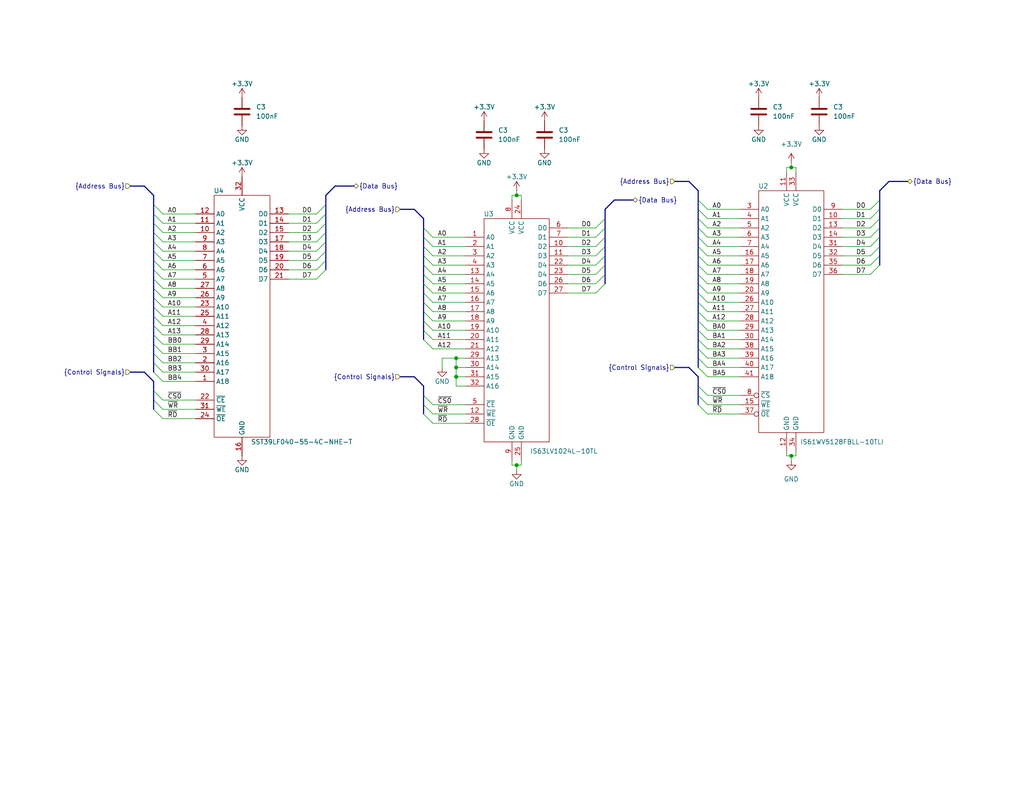
<source format=kicad_sch>
(kicad_sch (version 20230121) (generator eeschema)
  (paper "USLetter")
  (title_block (title "Sentinel 65X") (rev "0") (company "Stuidio 8502"))
  (lib_symbols
    (symbol "Device:C" (pin_numbers hide) (pin_names (offset 0.254))
      (property "Reference" "C" (at 0.635 2.54 0))
      (property "Value" "C" (at 0.635 -2.54 0))
      (symbol "C_0_1"
        (polyline (pts (xy -2.032 -0.762) (xy 2.032 -0.762)) (stroke (width 0.508)))
        (polyline (pts (xy -2.032 0.762) (xy 2.032 0.762)) (stroke (width 0.508)))
      )
      (symbol "C_1_1"
        (pin passive line (at 0 3.81 270) (length 2.794) (name "~") (number "1"))
        (pin passive line (at 0 -3.81 90) (length 2.794) (name "~") (number "2"))
      )
    )
    (symbol "Memory_Flash:SST39LF040-55-4C-NHE-T"
      (property "Reference" "U" (at 0 0 0))
      (property "Value" "SST39LF040-55-4C-NHE-T" (at 0 0 0))
      (symbol "SST39LF040-55-4C-NHE-T_0_1"
        (rectangle (start 0 0) (end 15.24 -66.04))
      )
      (symbol "SST39LF040-55-4C-NHE-T_1_1"
        (pin input line (at -5.08 -50.8 0) (length 5.08) (name "A18") (number "1"))
        (pin input line (at -5.08 -10.16 0) (length 5.08) (name "A2") (number "10"))
        (pin input line (at -5.08 -7.62 0) (length 5.08) (name "A1") (number "11"))
        (pin input line (at -5.08 -5.08 0) (length 5.08) (name "A0") (number "12"))
        (pin bidirectional line (at 20.32 -5.08 180) (length 5.08) (name "D0") (number "13"))
        (pin bidirectional line (at 20.32 -7.62 180) (length 5.08) (name "D1") (number "14"))
        (pin bidirectional line (at 20.32 -10.16 180) (length 5.08) (name "D2") (number "15"))
        (pin power_in line (at 7.62 -71.12 90) (length 5.08) (name "GND") (number "16"))
        (pin bidirectional line (at 20.32 -12.7 180) (length 5.08) (name "D3") (number "17"))
        (pin bidirectional line (at 20.32 -15.24 180) (length 5.08) (name "D4") (number "18"))
        (pin bidirectional line (at 20.32 -17.78 180) (length 5.08) (name "D5") (number "19"))
        (pin input line (at -5.08 -45.72 0) (length 5.08) (name "A16") (number "2"))
        (pin bidirectional line (at 20.32 -20.32 180) (length 5.08) (name "D6") (number "20"))
        (pin bidirectional line (at 20.32 -22.86 180) (length 5.08) (name "D7") (number "21"))
        (pin input line (at -5.08 -55.88 0) (length 5.08) (name "~{CE}") (number "22"))
        (pin input line (at -5.08 -30.48 0) (length 5.08) (name "A10") (number "23"))
        (pin input line (at -5.08 -60.96 0) (length 5.08) (name "~{OE}") (number "24"))
        (pin input line (at -5.08 -33.02 0) (length 5.08) (name "A11") (number "25"))
        (pin input line (at -5.08 -27.94 0) (length 5.08) (name "A9") (number "26"))
        (pin input line (at -5.08 -25.4 0) (length 5.08) (name "A8") (number "27"))
        (pin input line (at -5.08 -38.1 0) (length 5.08) (name "A13") (number "28"))
        (pin input line (at -5.08 -40.64 0) (length 5.08) (name "A14") (number "29"))
        (pin input line (at -5.08 -43.18 0) (length 5.08) (name "A15") (number "3"))
        (pin input line (at -5.08 -48.26 0) (length 5.08) (name "A17") (number "30"))
        (pin input line (at -5.08 -58.42 0) (length 5.08) (name "~{WE}") (number "31"))
        (pin power_in line (at 7.62 5.08 270) (length 5.08) (name "VCC") (number "32"))
        (pin input line (at -5.08 -35.56 0) (length 5.08) (name "A12") (number "4"))
        (pin input line (at -5.08 -22.86 0) (length 5.08) (name "A7") (number "5"))
        (pin input line (at -5.08 -20.32 0) (length 5.08) (name "A6") (number "6"))
        (pin input line (at -5.08 -17.78 0) (length 5.08) (name "A5") (number "7"))
        (pin input line (at -5.08 -15.24 0) (length 5.08) (name "A4") (number "8"))
        (pin input line (at -5.08 -12.7 0) (length 5.08) (name "A3") (number "9"))
      )
    )
    (symbol "Memory_RAM:IS61WV5128FBLL-10TLI"
      (property "Reference" "U" (at 0 0 0))
      (property "Value" "IS61WV5128FBLL-10TLI" (at 0 0 0))
      (symbol "IS61WV5128FBLL-10TLI_0_1"
        (rectangle (start 0 0) (end 17.78 -66.04))
      )
      (symbol "IS61WV5128FBLL-10TLI_1_1"
        (pin no_connect line (at 22.86 -38.1 180) (length 5.08) hide (name "") (number "1"))
        (pin bidirectional line (at 22.86 -7.62 180) (length 5.08) (name "D1") (number "10"))
        (pin power_in line (at 7.62 5.08 270) (length 5.08) (name "VCC") (number "11"))
        (pin power_in line (at 7.62 -71.12 90) (length 5.08) (name "GND") (number "12"))
        (pin bidirectional line (at 22.86 -10.16 180) (length 5.08) (name "D2") (number "13"))
        (pin bidirectional line (at 22.86 -12.7 180) (length 5.08) (name "D3") (number "14"))
        (pin input line (at -5.08 -58.42 0) (length 5.08) (name "~{WE}") (number "15"))
        (pin input line (at -5.08 -17.78 0) (length 5.08) (name "A5") (number "16"))
        (pin input line (at -5.08 -20.32 0) (length 5.08) (name "A6") (number "17"))
        (pin input line (at -5.08 -22.86 0) (length 5.08) (name "A7") (number "18"))
        (pin input line (at -5.08 -25.4 0) (length 5.08) (name "A8") (number "19"))
        (pin no_connect line (at 22.86 -40.64 180) (length 5.08) hide (name "") (number "2"))
        (pin input line (at -5.08 -27.94 0) (length 5.08) (name "A9") (number "20"))
        (pin no_connect line (at 22.86 -43.18 180) (length 5.08) hide (name "") (number "21"))
        (pin no_connect line (at 22.86 -45.72 180) (length 5.08) hide (name "") (number "22"))
        (pin no_connect line (at 22.86 -48.26 180) (length 5.08) hide (name "") (number "23"))
        (pin no_connect line (at 22.86 -50.8 180) (length 5.08) hide (name "") (number "24"))
        (pin no_connect line (at 22.86 -53.34 180) (length 5.08) hide (name "") (number "25"))
        (pin input line (at -5.08 -30.48 0) (length 5.08) (name "A10") (number "26"))
        (pin input line (at -5.08 -33.02 0) (length 5.08) (name "A11") (number "27"))
        (pin input line (at -5.08 -35.56 0) (length 5.08) (name "A12") (number "28"))
        (pin input line (at -5.08 -38.1 0) (length 5.08) (name "A13") (number "29"))
        (pin input line (at -5.08 -5.08 0) (length 5.08) (name "A0") (number "3"))
        (pin input line (at -5.08 -40.64 0) (length 5.08) (name "A14") (number "30"))
        (pin bidirectional line (at 22.86 -15.24 180) (length 5.08) (name "D4") (number "31"))
        (pin bidirectional line (at 22.86 -17.78 180) (length 5.08) (name "D5") (number "32"))
        (pin power_in line (at 10.16 5.08 270) (length 5.08) (name "VCC") (number "33"))
        (pin power_in line (at 10.16 -71.12 90) (length 5.08) (name "GND") (number "34"))
        (pin bidirectional line (at 22.86 -20.32 180) (length 5.08) (name "D6") (number "35"))
        (pin bidirectional line (at 22.86 -22.86 180) (length 5.08) (name "D7") (number "36"))
        (pin input inverted (at -5.08 -60.96 0) (length 5.08) (name "~{OE}") (number "37"))
        (pin input line (at -5.08 -43.18 0) (length 5.08) (name "A15") (number "38"))
        (pin input line (at -5.08 -45.72 0) (length 5.08) (name "A16") (number "39"))
        (pin input line (at -5.08 -7.62 0) (length 5.08) (name "A1") (number "4"))
        (pin input line (at -5.08 -48.26 0) (length 5.08) (name "A17") (number "40"))
        (pin input line (at -5.08 -50.8 0) (length 5.08) (name "A18") (number "41"))
        (pin no_connect line (at 22.86 -55.88 180) (length 5.08) hide (name "") (number "42"))
        (pin no_connect line (at 22.86 -58.42 180) (length 5.08) hide (name "") (number "43"))
        (pin no_connect line (at 22.86 -60.96 180) (length 5.08) hide (name "") (number "44"))
        (pin input line (at -5.08 -10.16 0) (length 5.08) (name "A2") (number "5"))
        (pin input line (at -5.08 -12.7 0) (length 5.08) (name "A3") (number "6"))
        (pin input line (at -5.08 -15.24 0) (length 5.08) (name "A4") (number "7"))
        (pin input inverted (at -5.08 -55.88 0) (length 5.08) (name "~{CS}") (number "8"))
        (pin bidirectional line (at 22.86 -5.08 180) (length 5.08) (name "D0") (number "9"))
      )
    )
    (symbol "Memory_RAM:IS63LV1024L-10TL"
      (property "Reference" "U" (at 0.4832 0.8101 0))
      (property "Value" "IS63LV1024L-10TL" (at 0.4832 0.8101 0))
      (symbol "IS63LV1024L-10TL_0_1"
        (rectangle (start 0 0) (end 17.78 -60.96))
      )
      (symbol "IS63LV1024L-10TL_1_1"
        (pin input line (at -5.08 -5.08 0) (length 5.08) (name "A0") (number "1"))
        (pin bidirectional line (at 22.86 -7.62 180) (length 5.08) (name "D2") (number "10"))
        (pin bidirectional line (at 22.86 -10.16 180) (length 5.08) (name "D3") (number "11"))
        (pin input line (at -5.08 -53.34 0) (length 5.08) (name "~{WE}") (number "12"))
        (pin input line (at -5.08 -15.24 0) (length 5.08) (name "A4") (number "13"))
        (pin input line (at -5.08 -17.78 0) (length 5.08) (name "A5") (number "14"))
        (pin input line (at -5.08 -20.32 0) (length 5.08) (name "A6") (number "15"))
        (pin input line (at -5.08 -22.86 0) (length 5.08) (name "A7") (number "16"))
        (pin input line (at -5.08 -25.4 0) (length 5.08) (name "A8") (number "17"))
        (pin input line (at -5.08 -27.94 0) (length 5.08) (name "A9") (number "18"))
        (pin input line (at -5.08 -30.48 0) (length 5.08) (name "A10") (number "19"))
        (pin input line (at -5.08 -7.62 0) (length 5.08) (name "A1") (number "2"))
        (pin input line (at -5.08 -33.02 0) (length 5.08) (name "A11") (number "20"))
        (pin input line (at -5.08 -35.56 0) (length 5.08) (name "A12") (number "21"))
        (pin bidirectional line (at 22.86 -12.7 180) (length 5.08) (name "D4") (number "22"))
        (pin bidirectional line (at 22.86 -15.24 180) (length 5.08) (name "D4") (number "23"))
        (pin power_in line (at 10.16 5.08 270) (length 5.08) (name "VCC") (number "24"))
        (pin power_in line (at 10.16 -66.04 90) (length 5.08) (name "GND") (number "25"))
        (pin bidirectional line (at 22.86 -17.78 180) (length 5.08) (name "D6") (number "26"))
        (pin bidirectional line (at 22.86 -20.32 180) (length 5.08) (name "D7") (number "27"))
        (pin input line (at -5.08 -55.88 0) (length 5.08) (name "~{OE}") (number "28"))
        (pin input line (at -5.08 -38.1 0) (length 5.08) (name "A13") (number "29"))
        (pin input line (at -5.08 -10.16 0) (length 5.08) (name "A2") (number "3"))
        (pin input line (at -5.08 -40.64 0) (length 5.08) (name "A14") (number "30"))
        (pin input line (at -5.08 -43.18 0) (length 5.08) (name "A15") (number "31"))
        (pin input line (at -5.08 -45.72 0) (length 5.08) (name "A16") (number "32"))
        (pin input line (at -5.08 -12.7 0) (length 5.08) (name "A3") (number "4"))
        (pin input line (at -5.08 -50.8 0) (length 5.08) (name "~{CE}") (number "5"))
        (pin bidirectional line (at 22.86 -2.54 180) (length 5.08) (name "D0") (number "6"))
        (pin bidirectional line (at 22.86 -5.08 180) (length 5.08) (name "D1") (number "7"))
        (pin power_in line (at 7.62 5.08 270) (length 5.08) (name "VCC") (number "8"))
        (pin power_in line (at 7.62 -66.04 90) (length 5.08) (name "GND") (number "9"))
      )
    )
    (symbol "power:+3.3V" (power) (pin_names (offset 0))
      (property "Value" "+3.3V" (at 0 3.556 0))
      (symbol "+3.3V_0_1"
        (polyline (pts (xy -0.762 1.27) (xy 0 2.54)))
        (polyline (pts (xy 0 0) (xy 0 2.54)))
        (polyline (pts (xy 0 2.54) (xy 0.762 1.27)))
      )
      (symbol "+3.3V_1_1"
        (pin power_in line (at 0 0 90) (length 0) hide (name "+3.3V") (number "1"))
      )
    )
    (symbol "power:GND" (power) (pin_names (offset 0))
      (property "Value" "GND" (at 0 -3.81 0))
      (symbol "GND_0_1"
        (polyline (pts (xy 0 0) (xy 0 -1.27) (xy 1.27 -1.27) (xy 0 -2.54) (xy -1.27 -1.27) (xy 0 -1.27)))
      )
      (symbol "GND_1_1"
        (pin power_in line (at 0 0 270) (length 0) hide (name "GND") (number "1"))
      )
    )
  )
  (junction (at 124.46 97.79))
  (junction (at 124.46 102.87))
  (junction (at 215.9 45.72))
  (junction (at 215.9 124.46))
  (junction (at 124.46 100.33))
  (junction (at 140.97 127))
  (junction (at 140.97 53.34))
  (bus_entry (at 41.91 58.42) (size 2.54 2.54))
  (bus_entry (at 115.57 69.85) (size 2.54 2.54))
  (bus_entry (at 240.03 54.61) (size -2.54 2.54))
  (bus_entry (at 41.91 83.82) (size 2.54 2.54))
  (bus_entry (at 190.5 85.09) (size 2.54 2.54))
  (bus_entry (at 88.9 60.96) (size -2.54 2.54))
  (bus_entry (at 240.03 57.15) (size -2.54 2.54))
  (bus_entry (at 115.57 72.39) (size 2.54 2.54))
  (bus_entry (at 115.57 62.23) (size 2.54 2.54))
  (bus_entry (at 88.9 58.42) (size -2.54 2.54))
  (bus_entry (at 165.1 64.77) (size -2.54 2.54))
  (bus_entry (at 41.91 76.2) (size 2.54 2.54))
  (bus_entry (at 41.91 78.74) (size 2.54 2.54))
  (bus_entry (at 190.5 100.33) (size 2.54 2.54))
  (bus_entry (at 190.5 105.41) (size 2.54 2.54))
  (bus_entry (at 41.91 93.98) (size 2.54 2.54))
  (bus_entry (at 115.57 67.31) (size 2.54 2.54))
  (bus_entry (at 115.57 85.09) (size 2.54 2.54))
  (bus_entry (at 240.03 67.31) (size -2.54 2.54))
  (bus_entry (at 115.57 64.77) (size 2.54 2.54))
  (bus_entry (at 190.5 80.01) (size 2.54 2.54))
  (bus_entry (at 240.03 59.69) (size -2.54 2.54))
  (bus_entry (at 41.91 86.36) (size 2.54 2.54))
  (bus_entry (at 165.1 72.39) (size -2.54 2.54))
  (bus_entry (at 190.5 90.17) (size 2.54 2.54))
  (bus_entry (at 41.91 60.96) (size 2.54 2.54))
  (bus_entry (at 190.5 72.39) (size 2.54 2.54))
  (bus_entry (at 115.57 82.55) (size 2.54 2.54))
  (bus_entry (at 240.03 64.77) (size -2.54 2.54))
  (bus_entry (at 115.57 77.47) (size 2.54 2.54))
  (bus_entry (at 115.57 87.63) (size 2.54 2.54))
  (bus_entry (at 41.91 111.76) (size 2.54 2.54))
  (bus_entry (at 190.5 82.55) (size 2.54 2.54))
  (bus_entry (at 88.9 55.88) (size -2.54 2.54))
  (bus_entry (at 41.91 106.68) (size 2.54 2.54))
  (bus_entry (at 41.91 91.44) (size 2.54 2.54))
  (bus_entry (at 165.1 62.23) (size -2.54 2.54))
  (bus_entry (at 41.91 101.6) (size 2.54 2.54))
  (bus_entry (at 240.03 69.85) (size -2.54 2.54))
  (bus_entry (at 190.5 62.23) (size 2.54 2.54))
  (bus_entry (at 41.91 99.06) (size 2.54 2.54))
  (bus_entry (at 115.57 92.71) (size 2.54 2.54))
  (bus_entry (at 165.1 67.31) (size -2.54 2.54))
  (bus_entry (at 190.5 92.71) (size 2.54 2.54))
  (bus_entry (at 41.91 55.88) (size 2.54 2.54))
  (bus_entry (at 115.57 90.17) (size 2.54 2.54))
  (bus_entry (at 41.91 96.52) (size 2.54 2.54))
  (bus_entry (at 165.1 59.69) (size -2.54 2.54))
  (bus_entry (at 190.5 95.25) (size 2.54 2.54))
  (bus_entry (at 41.91 63.5) (size 2.54 2.54))
  (bus_entry (at 190.5 77.47) (size 2.54 2.54))
  (bus_entry (at 115.57 74.93) (size 2.54 2.54))
  (bus_entry (at 240.03 72.39) (size -2.54 2.54))
  (bus_entry (at 190.5 67.31) (size 2.54 2.54))
  (bus_entry (at 190.5 97.79) (size 2.54 2.54))
  (bus_entry (at 190.5 54.61) (size 2.54 2.54))
  (bus_entry (at 115.57 110.49) (size 2.54 2.54))
  (bus_entry (at 190.5 110.49) (size 2.54 2.54))
  (bus_entry (at 88.9 63.5) (size -2.54 2.54))
  (bus_entry (at 190.5 69.85) (size 2.54 2.54))
  (bus_entry (at 41.91 71.12) (size 2.54 2.54))
  (bus_entry (at 41.91 68.58) (size 2.54 2.54))
  (bus_entry (at 190.5 74.93) (size 2.54 2.54))
  (bus_entry (at 190.5 107.95) (size 2.54 2.54))
  (bus_entry (at 190.5 87.63) (size 2.54 2.54))
  (bus_entry (at 190.5 59.69) (size 2.54 2.54))
  (bus_entry (at 41.91 73.66) (size 2.54 2.54))
  (bus_entry (at 165.1 74.93) (size -2.54 2.54))
  (bus_entry (at 41.91 88.9) (size 2.54 2.54))
  (bus_entry (at 190.5 64.77) (size 2.54 2.54))
  (bus_entry (at 88.9 68.58) (size -2.54 2.54))
  (bus_entry (at 115.57 113.03) (size 2.54 2.54))
  (bus_entry (at 41.91 66.04) (size 2.54 2.54))
  (bus_entry (at 115.57 80.01) (size 2.54 2.54))
  (bus_entry (at 115.57 107.95) (size 2.54 2.54))
  (bus_entry (at 240.03 62.23) (size -2.54 2.54))
  (bus_entry (at 190.5 57.15) (size 2.54 2.54))
  (bus_entry (at 41.91 109.22) (size 2.54 2.54))
  (bus_entry (at 41.91 81.28) (size 2.54 2.54))
  (bus_entry (at 165.1 77.47) (size -2.54 2.54))
  (bus_entry (at 88.9 73.66) (size -2.54 2.54))
  (bus_entry (at 165.1 69.85) (size -2.54 2.54))
  (bus_entry (at 88.9 66.04) (size -2.54 2.54))
  (bus_entry (at 88.9 71.12) (size -2.54 2.54))
  (wire (pts (xy 44.45 104.14) (xy 53.34 104.14)))
  (bus (pts (xy 190.5 85.09) (xy 190.5 87.63)))
  (wire (pts (xy 118.11 115.57) (xy 127 115.57)))
  (bus (pts (xy 240.03 52.07) (xy 240.03 54.61)))
  (bus (pts (xy 41.91 86.36) (xy 41.91 88.9)))
  (wire (pts (xy 139.7 127) (xy 140.97 127)))
  (wire (pts (xy 44.45 78.74) (xy 53.34 78.74)))
  (bus (pts (xy 184.15 100.33) (xy 187.96 100.33)))
  (bus (pts (xy 88.9 60.96) (xy 88.9 63.5)))
  (bus (pts (xy 115.57 107.95) (xy 115.57 110.49)))
  (wire (pts (xy 120.65 97.79) (xy 124.46 97.79)))
  (wire (pts (xy 118.11 92.71) (xy 127 92.71)))
  (wire (pts (xy 214.63 123.19) (xy 214.63 124.46)))
  (wire (pts (xy 140.97 127) (xy 140.97 128.27)))
  (bus (pts (xy 187.96 49.53) (xy 190.5 52.07)))
  (wire (pts (xy 118.11 67.31) (xy 127 67.31)))
  (wire (pts (xy 193.04 80.01) (xy 201.93 80.01)))
  (bus (pts (xy 190.5 92.71) (xy 190.5 95.25)))
  (wire (pts (xy 44.45 111.76) (xy 53.34 111.76)))
  (bus (pts (xy 41.91 66.04) (xy 41.91 68.58)))
  (bus (pts (xy 190.5 67.31) (xy 190.5 69.85)))
  (bus (pts (xy 41.91 71.12) (xy 41.91 73.66)))
  (wire (pts (xy 193.04 67.31) (xy 201.93 67.31)))
  (wire (pts (xy 229.87 64.77) (xy 237.49 64.77)))
  (bus (pts (xy 240.03 54.61) (xy 240.03 57.15)))
  (wire (pts (xy 154.94 67.31) (xy 162.56 67.31)))
  (wire (pts (xy 118.11 69.85) (xy 127 69.85)))
  (wire (pts (xy 78.74 58.42) (xy 86.36 58.42)))
  (wire (pts (xy 44.45 63.5) (xy 53.34 63.5)))
  (bus (pts (xy 41.91 83.82) (xy 41.91 86.36)))
  (bus (pts (xy 88.9 63.5) (xy 88.9 66.04)))
  (wire (pts (xy 118.11 87.63) (xy 127 87.63)))
  (wire (pts (xy 44.45 93.98) (xy 53.34 93.98)))
  (bus (pts (xy 41.91 68.58) (xy 41.91 71.12)))
  (wire (pts (xy 229.87 72.39) (xy 237.49 72.39)))
  (wire (pts (xy 193.04 90.17) (xy 201.93 90.17)))
  (wire (pts (xy 44.45 91.44) (xy 53.34 91.44)))
  (bus (pts (xy 242.57 49.53) (xy 247.65 49.53)))
  (bus (pts (xy 88.9 66.04) (xy 88.9 68.58)))
  (bus (pts (xy 242.57 49.53) (xy 240.03 52.07)))
  (bus (pts (xy 190.5 64.77) (xy 190.5 67.31)))
  (wire (pts (xy 142.24 125.73) (xy 142.24 127)))
  (bus (pts (xy 41.91 76.2) (xy 41.91 78.74)))
  (bus (pts (xy 115.57 105.41) (xy 115.57 107.95)))
  (wire (pts (xy 78.74 71.12) (xy 86.36 71.12)))
  (wire (pts (xy 124.46 100.33) (xy 124.46 102.87)))
  (bus (pts (xy 91.44 50.8) (xy 88.9 53.34)))
  (wire (pts (xy 154.94 74.93) (xy 162.56 74.93)))
  (bus (pts (xy 190.5 107.95) (xy 190.5 110.49)))
  (bus (pts (xy 165.1 67.31) (xy 165.1 69.85)))
  (wire (pts (xy 154.94 72.39) (xy 162.56 72.39)))
  (wire (pts (xy 118.11 82.55) (xy 127 82.55)))
  (bus (pts (xy 41.91 55.88) (xy 41.91 58.42)))
  (bus (pts (xy 115.57 80.01) (xy 115.57 82.55)))
  (bus (pts (xy 41.91 104.14) (xy 41.91 106.68)))
  (bus (pts (xy 41.91 81.28) (xy 41.91 83.82)))
  (wire (pts (xy 124.46 97.79) (xy 127 97.79)))
  (bus (pts (xy 190.5 90.17) (xy 190.5 92.71)))
  (wire (pts (xy 139.7 53.34) (xy 139.7 54.61)))
  (wire (pts (xy 193.04 110.49) (xy 201.93 110.49)))
  (bus (pts (xy 35.56 101.6) (xy 39.37 101.6)))
  (wire (pts (xy 44.45 114.3) (xy 53.34 114.3)))
  (bus (pts (xy 190.5 59.69) (xy 190.5 62.23)))
  (bus (pts (xy 41.91 93.98) (xy 41.91 96.52)))
  (bus (pts (xy 240.03 67.31) (xy 240.03 69.85)))
  (wire (pts (xy 44.45 83.82) (xy 53.34 83.82)))
  (wire (pts (xy 118.11 90.17) (xy 127 90.17)))
  (wire (pts (xy 118.11 74.93) (xy 127 74.93)))
  (wire (pts (xy 44.45 76.2) (xy 53.34 76.2)))
  (bus (pts (xy 115.57 59.69) (xy 115.57 62.23)))
  (bus (pts (xy 41.91 78.74) (xy 41.91 81.28)))
  (bus (pts (xy 190.5 72.39) (xy 190.5 74.93)))
  (wire (pts (xy 44.45 99.06) (xy 53.34 99.06)))
  (wire (pts (xy 193.04 62.23) (xy 201.93 62.23)))
  (wire (pts (xy 44.45 68.58) (xy 53.34 68.58)))
  (bus (pts (xy 115.57 72.39) (xy 115.57 74.93)))
  (bus (pts (xy 115.57 67.31) (xy 115.57 69.85)))
  (bus (pts (xy 41.91 58.42) (xy 41.91 60.96)))
  (wire (pts (xy 118.11 85.09) (xy 127 85.09)))
  (bus (pts (xy 190.5 54.61) (xy 190.5 57.15)))
  (wire (pts (xy 44.45 109.22) (xy 53.34 109.22)))
  (bus (pts (xy 190.5 87.63) (xy 190.5 90.17)))
  (wire (pts (xy 193.04 69.85) (xy 201.93 69.85)))
  (wire (pts (xy 142.24 53.34) (xy 142.24 54.61)))
  (wire (pts (xy 118.11 72.39) (xy 127 72.39)))
  (wire (pts (xy 193.04 95.25) (xy 201.93 95.25)))
  (wire (pts (xy 44.45 66.04) (xy 53.34 66.04)))
  (wire (pts (xy 124.46 102.87) (xy 127 102.87)))
  (wire (pts (xy 193.04 97.79) (xy 201.93 97.79)))
  (bus (pts (xy 115.57 90.17) (xy 115.57 92.71)))
  (bus (pts (xy 190.5 77.47) (xy 190.5 80.01)))
  (bus (pts (xy 41.91 99.06) (xy 41.91 101.6)))
  (wire (pts (xy 229.87 59.69) (xy 237.49 59.69)))
  (wire (pts (xy 229.87 74.93) (xy 237.49 74.93)))
  (bus (pts (xy 113.03 102.87) (xy 115.57 105.41)))
  (wire (pts (xy 44.45 58.42) (xy 53.34 58.42)))
  (wire (pts (xy 78.74 68.58) (xy 86.36 68.58)))
  (wire (pts (xy 193.04 64.77) (xy 201.93 64.77)))
  (bus (pts (xy 187.96 100.33) (xy 190.5 102.87)))
  (wire (pts (xy 229.87 62.23) (xy 237.49 62.23)))
  (bus (pts (xy 165.1 62.23) (xy 165.1 64.77)))
  (wire (pts (xy 78.74 66.04) (xy 86.36 66.04)))
  (bus (pts (xy 115.57 110.49) (xy 115.57 113.03)))
  (wire (pts (xy 214.63 45.72) (xy 214.63 46.99)))
  (wire (pts (xy 154.94 64.77) (xy 162.56 64.77)))
  (bus (pts (xy 115.57 74.93) (xy 115.57 77.47)))
  (wire (pts (xy 193.04 77.47) (xy 201.93 77.47)))
  (wire (pts (xy 124.46 102.87) (xy 124.46 105.41)))
  (wire (pts (xy 215.9 44.45) (xy 215.9 45.72)))
  (wire (pts (xy 124.46 100.33) (xy 127 100.33)))
  (wire (pts (xy 193.04 74.93) (xy 201.93 74.93)))
  (wire (pts (xy 44.45 71.12) (xy 53.34 71.12)))
  (bus (pts (xy 39.37 50.8) (xy 41.91 53.34)))
  (bus (pts (xy 167.64 54.61) (xy 172.72 54.61)))
  (wire (pts (xy 118.11 80.01) (xy 127 80.01)))
  (wire (pts (xy 193.04 59.69) (xy 201.93 59.69)))
  (bus (pts (xy 115.57 69.85) (xy 115.57 72.39)))
  (bus (pts (xy 41.91 106.68) (xy 41.91 109.22)))
  (bus (pts (xy 115.57 87.63) (xy 115.57 90.17)))
  (wire (pts (xy 44.45 86.36) (xy 53.34 86.36)))
  (bus (pts (xy 190.5 52.07) (xy 190.5 54.61)))
  (wire (pts (xy 44.45 60.96) (xy 53.34 60.96)))
  (bus (pts (xy 240.03 62.23) (xy 240.03 64.77)))
  (wire (pts (xy 118.11 64.77) (xy 127 64.77)))
  (wire (pts (xy 154.94 62.23) (xy 162.56 62.23)))
  (wire (pts (xy 193.04 87.63) (xy 201.93 87.63)))
  (bus (pts (xy 190.5 82.55) (xy 190.5 85.09)))
  (bus (pts (xy 115.57 64.77) (xy 115.57 67.31)))
  (wire (pts (xy 124.46 97.79) (xy 124.46 100.33)))
  (bus (pts (xy 41.91 63.5) (xy 41.91 66.04)))
  (bus (pts (xy 115.57 82.55) (xy 115.57 85.09)))
  (bus (pts (xy 109.22 102.87) (xy 113.03 102.87)))
  (bus (pts (xy 115.57 77.47) (xy 115.57 80.01)))
  (bus (pts (xy 35.56 50.8) (xy 39.37 50.8)))
  (bus (pts (xy 41.91 73.66) (xy 41.91 76.2)))
  (bus (pts (xy 240.03 69.85) (xy 240.03 72.39)))
  (wire (pts (xy 193.04 100.33) (xy 201.93 100.33)))
  (wire (pts (xy 193.04 107.95) (xy 201.93 107.95)))
  (wire (pts (xy 78.74 76.2) (xy 86.36 76.2)))
  (bus (pts (xy 165.1 74.93) (xy 165.1 77.47)))
  (bus (pts (xy 39.37 101.6) (xy 41.91 104.14)))
  (bus (pts (xy 167.64 54.61) (xy 165.1 57.15)))
  (bus (pts (xy 190.5 57.15) (xy 190.5 59.69)))
  (wire (pts (xy 229.87 69.85) (xy 237.49 69.85)))
  (wire (pts (xy 154.94 77.47) (xy 162.56 77.47)))
  (bus (pts (xy 165.1 72.39) (xy 165.1 74.93)))
  (bus (pts (xy 88.9 68.58) (xy 88.9 71.12)))
  (wire (pts (xy 140.97 127) (xy 142.24 127)))
  (wire (pts (xy 118.11 77.47) (xy 127 77.47)))
  (wire (pts (xy 44.45 73.66) (xy 53.34 73.66)))
  (wire (pts (xy 139.7 53.34) (xy 140.97 53.34)))
  (wire (pts (xy 78.74 60.96) (xy 86.36 60.96)))
  (wire (pts (xy 193.04 85.09) (xy 201.93 85.09)))
  (wire (pts (xy 215.9 124.46) (xy 217.17 124.46)))
  (wire (pts (xy 193.04 57.15) (xy 201.93 57.15)))
  (wire (pts (xy 217.17 45.72) (xy 217.17 46.99)))
  (bus (pts (xy 41.91 53.34) (xy 41.91 55.88)))
  (wire (pts (xy 78.74 63.5) (xy 86.36 63.5)))
  (bus (pts (xy 165.1 64.77) (xy 165.1 67.31)))
  (wire (pts (xy 78.74 73.66) (xy 86.36 73.66)))
  (wire (pts (xy 229.87 57.15) (xy 237.49 57.15)))
  (bus (pts (xy 190.5 74.93) (xy 190.5 77.47)))
  (wire (pts (xy 229.87 67.31) (xy 237.49 67.31)))
  (bus (pts (xy 190.5 95.25) (xy 190.5 97.79)))
  (wire (pts (xy 44.45 96.52) (xy 53.34 96.52)))
  (wire (pts (xy 44.45 101.6) (xy 53.34 101.6)))
  (bus (pts (xy 184.15 49.53) (xy 187.96 49.53)))
  (bus (pts (xy 115.57 62.23) (xy 115.57 64.77)))
  (bus (pts (xy 165.1 59.69) (xy 165.1 62.23)))
  (wire (pts (xy 139.7 125.73) (xy 139.7 127)))
  (bus (pts (xy 190.5 105.41) (xy 190.5 107.95)))
  (bus (pts (xy 165.1 57.15) (xy 165.1 59.69)))
  (bus (pts (xy 190.5 102.87) (xy 190.5 105.41)))
  (wire (pts (xy 193.04 113.03) (xy 201.93 113.03)))
  (wire (pts (xy 193.04 92.71) (xy 201.93 92.71)))
  (bus (pts (xy 41.91 88.9) (xy 41.91 91.44)))
  (wire (pts (xy 193.04 102.87) (xy 201.93 102.87)))
  (bus (pts (xy 240.03 59.69) (xy 240.03 62.23)))
  (bus (pts (xy 115.57 85.09) (xy 115.57 87.63)))
  (bus (pts (xy 88.9 53.34) (xy 88.9 55.88)))
  (bus (pts (xy 190.5 62.23) (xy 190.5 64.77)))
  (bus (pts (xy 165.1 69.85) (xy 165.1 72.39)))
  (bus (pts (xy 41.91 96.52) (xy 41.91 99.06)))
  (wire (pts (xy 214.63 45.72) (xy 215.9 45.72)))
  (bus (pts (xy 91.44 50.8) (xy 96.52 50.8)))
  (wire (pts (xy 193.04 72.39) (xy 201.93 72.39)))
  (wire (pts (xy 124.46 105.41) (xy 127 105.41)))
  (wire (pts (xy 154.94 69.85) (xy 162.56 69.85)))
  (bus (pts (xy 88.9 55.88) (xy 88.9 58.42)))
  (wire (pts (xy 140.97 53.34) (xy 142.24 53.34)))
  (wire (pts (xy 193.04 82.55) (xy 201.93 82.55)))
  (bus (pts (xy 113.03 57.15) (xy 115.57 59.69)))
  (bus (pts (xy 190.5 80.01) (xy 190.5 82.55)))
  (wire (pts (xy 120.65 97.79) (xy 120.65 100.33)))
  (wire (pts (xy 215.9 45.72) (xy 217.17 45.72)))
  (bus (pts (xy 190.5 97.79) (xy 190.5 100.33)))
  (wire (pts (xy 154.94 80.01) (xy 162.56 80.01)))
  (wire (pts (xy 118.11 110.49) (xy 127 110.49)))
  (wire (pts (xy 44.45 81.28) (xy 53.34 81.28)))
  (bus (pts (xy 240.03 64.77) (xy 240.03 67.31)))
  (wire (pts (xy 140.97 52.07) (xy 140.97 53.34)))
  (bus (pts (xy 190.5 69.85) (xy 190.5 72.39)))
  (wire (pts (xy 215.9 124.46) (xy 215.9 125.73)))
  (bus (pts (xy 240.03 57.15) (xy 240.03 59.69)))
  (bus (pts (xy 88.9 58.42) (xy 88.9 60.96)))
  (bus (pts (xy 41.91 91.44) (xy 41.91 93.98)))
  (wire (pts (xy 214.63 124.46) (xy 215.9 124.46)))
  (bus (pts (xy 88.9 71.12) (xy 88.9 73.66)))
  (bus (pts (xy 41.91 109.22) (xy 41.91 111.76)))
  (wire (pts (xy 118.11 95.25) (xy 127 95.25)))
  (bus (pts (xy 109.22 57.15) (xy 113.03 57.15)))
  (wire (pts (xy 44.45 88.9) (xy 53.34 88.9)))
  (bus (pts (xy 41.91 60.96) (xy 41.91 63.5)))
  (wire (pts (xy 217.17 123.19) (xy 217.17 124.46)))
  (wire (pts (xy 118.11 113.03) (xy 127 113.03)))
  (label "D2" (at 236.22 62.23 180))
  (label "A11" (at 45.72 86.36 0))
  (label "A11" (at 194.31 85.09 0))
  (label "A4" (at 45.72 68.58 0))
  (label "D2" (at 161.29 67.31 180))
  (label "D0" (at 236.22 57.15 180))
  (label "A10" (at 194.31 82.55 0))
  (label "A8" (at 119.38 85.09 0))
  (label "A5" (at 194.31 69.85 0))
  (label "D4" (at 161.29 72.39 180))
  (label "A8" (at 45.72 78.74 0))
  (label "BB0" (at 45.72 93.98 0))
  (label "A0" (at 119.38 64.77 0))
  (label "~{RD}" (at 194.31 113.03 0))
  (label "BB1" (at 45.72 96.52 0))
  (label "A4" (at 194.31 67.31 0))
  (label "A12" (at 45.72 88.9 0))
  (label "A2" (at 119.38 69.85 0))
  (label "D5" (at 85.09 71.12 180))
  (label "A3" (at 119.38 72.39 0))
  (label "A7" (at 194.31 74.93 0))
  (label "~{WR}" (at 119.38 113.03 0))
  (label "D6" (at 161.29 77.47 180))
  (label "A11" (at 119.38 92.71 0))
  (label "D4" (at 236.22 67.31 180))
  (label "D5" (at 161.29 74.93 180))
  (label "A12" (at 119.38 95.25 0))
  (label "A3" (at 45.72 66.04 0))
  (label "~{CS0}" (at 45.72 109.22 0))
  (label "A6" (at 194.31 72.39 0))
  (label "A4" (at 119.38 74.93 0))
  (label "A9" (at 119.38 87.63 0))
  (label "A1" (at 45.72 60.96 0))
  (label "D1" (at 85.09 60.96 180))
  (label "~{CS0}" (at 194.31 107.95 0))
  (label "A7" (at 119.38 82.55 0))
  (label "D1" (at 236.22 59.69 180))
  (label "A1" (at 119.38 67.31 0))
  (label "~{WR}" (at 45.72 111.76 0))
  (label "A10" (at 119.38 90.17 0))
  (label "A8" (at 194.31 77.47 0))
  (label "BB4" (at 45.72 104.14 0))
  (label "A5" (at 45.72 71.12 0))
  (label "D0" (at 85.09 58.42 180))
  (label "A0" (at 45.72 58.42 0))
  (label "D7" (at 161.29 80.01 180))
  (label "A2" (at 194.31 62.23 0))
  (label "A9" (at 194.31 80.01 0))
  (label "A6" (at 119.38 80.01 0))
  (label "~{RD}" (at 119.38 115.57 0))
  (label "A0" (at 194.31 57.15 0))
  (label "D3" (at 236.22 64.77 180))
  (label "A12" (at 194.31 87.63 0))
  (label "BA3" (at 194.31 97.79 0))
  (label "A7" (at 45.72 76.2 0))
  (label "A13" (at 45.72 91.44 0))
  (label "~{RD}" (at 45.72 114.3 0))
  (label "D6" (at 236.22 72.39 180))
  (label "D5" (at 236.22 69.85 180))
  (label "A10" (at 45.72 83.82 0))
  (label "~{WR}" (at 194.31 110.49 0))
  (label "BA5" (at 194.31 102.87 0))
  (label "D2" (at 85.09 63.5 180))
  (label "BA0" (at 194.31 90.17 0))
  (label "D7" (at 85.09 76.2 180))
  (label "A9" (at 45.72 81.28 0))
  (label "BA1" (at 194.31 92.71 0))
  (label "BB3" (at 45.72 101.6 0))
  (label "A3" (at 194.31 64.77 0))
  (label "A2" (at 45.72 63.5 0))
  (label "A6" (at 45.72 73.66 0))
  (label "D4" (at 85.09 68.58 180))
  (label "~{CS0}" (at 119.38 110.49 0))
  (label "D6" (at 85.09 73.66 180))
  (label "BA2" (at 194.31 95.25 0))
  (label "D7" (at 236.22 74.93 180))
  (label "D3" (at 85.09 66.04 180))
  (label "BA4" (at 194.31 100.33 0))
  (label "D0" (at 161.29 62.23 180))
  (label "D3" (at 161.29 69.85 180))
  (label "A5" (at 119.38 77.47 0))
  (label "D1" (at 161.29 64.77 180))
  (label "BB2" (at 45.72 99.06 0))
  (label "A1" (at 194.31 59.69 0))
  (hierarchical_label "{Control Signals}" (shape input) (at 35.56 101.6 180))
  (hierarchical_label "{Data Bus}" (shape bidirectional) (at 96.52 50.8 0))
  (hierarchical_label "{Address Bus}" (shape input) (at 184.15 49.53 180))
  (hierarchical_label "{Data Bus}" (shape bidirectional) (at 172.72 54.61 0))
  (hierarchical_label "{Address Bus}" (shape input) (at 109.22 57.15 180))
  (hierarchical_label "{Address Bus}" (shape input) (at 35.56 50.8 180))
  (hierarchical_label "{Control Signals}" (shape input) (at 109.22 102.87 180))
  (hierarchical_label "{Data Bus}" (shape bidirectional) (at 247.65 49.53 0))
  (hierarchical_label "{Control Signals}" (shape input) (at 184.15 100.33 180))
  (symbol (lib_id "Memory_RAM:IS61WV5128FBLL-10TLI") (at 207.01 52.07 0) (unit 1)
    (property "Reference" "U2" (at 206.8926 50.8 0) (effects (justify left)))
    (property "Value" "IS61WV5128FBLL-10TLI" (at 218.3226 120.65 0) (effects (justify left)))
    (property "Footprint" "Package_SO:TSOP-II-44_10.16x18.41mm_P0.8mm" (effects hide))
    (property "Datasheet" "https://www.mouser.ca/datasheet/2/198/61-64WV5128FALL_BLL-1518531.pdf" (effects hide))
  )
  (symbol (lib_id "Device:C") (at 148.59 36.83 0) (unit 1)
    (property "Reference" "C3" (at 152.4 35.5599 0) (effects (justify left)))
    (property "Value" "100nF" (at 152.4 38.0999 0) (effects (justify left)))
    (property "Footprint" "Capacitor_SMD:C_0402_1005Metric" (effects hide))
    (instances (project "Sentinel 65" (path "" (reference "C3") (unit 1)) (path "" (reference "C6") (unit 1))))
  )
  (symbol (lib_id "Device:C") (at 66.04 30.48 0) (unit 1)
    (property "Reference" "C3" (at 69.85 29.2099 0) (effects (justify left)))
    (property "Value" "100nF" (at 69.85 31.7499 0) (effects (justify left)))
    (property "Footprint" "Capacitor_SMD:C_0402_1005Metric" (effects hide))
    (instances (project "Sentinel 65" (path "" (reference "C3") (unit 1)) (path "" (reference "C4") (unit 1))))
  )
  (symbol (lib_id "power:+3.3V") (at 223.52 26.67 0) (unit 1)
    (property "Reference" "#PWR07" (effects hide))
    (property "Value" "+3.3V" (at 223.52 22.86 0))
    (instances (project "Sentinel 65" (path "" (reference "#PWR07") (unit 1)) (path "" (reference "#PWR028") (unit 1))))
  )
  (symbol (lib_id "Memory_Flash:SST39LF040-55-4C-NHE-T") (at 58.42 53.34 0) (unit 1)
    (property "Reference" "U4" (at 58.3026 52.07 0) (effects (justify left)))
    (property "Value" "SST39LF040-55-4C-NHE-T" (at 68.4626 120.65 0) (effects (justify left)))
    (property "Footprint" "Package_LCC:PLCC-28_SMD-Socket" (effects hide))
    (property "Datasheet" "https://ww1.microchip.com/downloads/aemDocuments/documents/OTH/ProductDocuments/DataSheets/20005023B.pdf" (effects hide))
  )
  (symbol (lib_id "power:+3.3V") (at 66.04 26.67 0) (unit 1)
    (property "Reference" "#PWR07" (effects hide))
    (property "Value" "+3.3V" (at 66.04 22.86 0))
    (instances (project "Sentinel 65" (path "" (reference "#PWR07") (unit 1)) (path "" (reference "#PWR020") (unit 1))))
  )
  (symbol (lib_id "Device:C") (at 132.08 36.83 0) (unit 1)
    (property "Reference" "C3" (at 135.89 35.5599 0) (effects (justify left)))
    (property "Value" "100nF" (at 135.89 38.0999 0) (effects (justify left)))
    (property "Footprint" "Capacitor_SMD:C_0402_1005Metric" (effects hide))
    (instances (project "Sentinel 65" (path "" (reference "C3") (unit 1)) (path "" (reference "C5") (unit 1))))
  )
  (symbol (lib_id "Device:C") (at 207.01 30.48 0) (unit 1)
    (property "Reference" "C3" (at 210.82 29.2099 0) (effects (justify left)))
    (property "Value" "100nF" (at 210.82 31.7499 0) (effects (justify left)))
    (property "Footprint" "Capacitor_SMD:C_0402_1005Metric" (effects hide))
    (instances (project "Sentinel 65" (path "" (reference "C3") (unit 1)) (path "" (reference "C7") (unit 1))))
  )
  (symbol (lib_id "power:GND") (at 223.52 34.29 0) (unit 1)
    (property "Reference" "#PWR08" (effects hide))
    (property "Value" "GND" (at 223.52 38.1 0))
    (instances (project "Sentinel 65" (path "" (reference "#PWR08") (unit 1)) (path "" (reference "#PWR029") (unit 1))))
  )
  (symbol (lib_id "power:GND") (at 215.9 125.73 0) (unit 1)
    (property "Reference" "#PWR014" (effects hide))
    (property "Value" "GND" (at 215.9 130.81 0))
  )
  (symbol (lib_id "power:+3.3V") (at 132.08 33.02 0) (unit 1)
    (property "Reference" "#PWR07" (effects hide))
    (property "Value" "+3.3V" (at 132.08 29.21 0))
    (instances (project "Sentinel 65" (path "" (reference "#PWR07") (unit 1)) (path "" (reference "#PWR022") (unit 1))))
  )
  (symbol (lib_id "Memory_RAM:IS63LV1024L-10TL") (at 132.08 59.69 0) (unit 1)
    (property "Reference" "U3" (at 131.9626 58.42 0) (effects (justify left)))
    (property "Value" "IS63LV1024L-10TL" (at 144.6626 123.19 0) (effects (justify left)))
    (property "Footprint" "Package_SO:TSOP-II-32_21.0x10.2mm_P1.27mm" (effects hide))
    (property "Datasheet" "https://www.mouser.ca/datasheet/2/198/63LV1024_L-258513.pdf" (effects hide))
  )
  (symbol (lib_id "Device:C") (at 223.52 30.48 0) (unit 1)
    (property "Reference" "C3" (at 227.33 29.2099 0) (effects (justify left)))
    (property "Value" "100nF" (at 227.33 31.7499 0) (effects (justify left)))
    (property "Footprint" "Capacitor_SMD:C_0402_1005Metric" (effects hide))
    (instances (project "Sentinel 65" (path "" (reference "C3") (unit 1)) (path "" (reference "C8") (unit 1))))
  )
  (symbol (lib_id "power:GND") (at 140.97 128.27 0) (unit 1)
    (property "Reference" "#PWR015" (effects hide))
    (property "Value" "GND" (at 140.97 132.08 0))
  )
  (symbol (lib_id "power:GND") (at 66.04 34.29 0) (unit 1)
    (property "Reference" "#PWR08" (effects hide))
    (property "Value" "GND" (at 66.04 38.1 0))
    (instances (project "Sentinel 65" (path "" (reference "#PWR08") (unit 1)) (path "" (reference "#PWR021") (unit 1))))
  )
  (symbol (lib_id "power:GND") (at 66.04 124.46 0) (unit 1)
    (property "Reference" "#PWR017" (effects hide))
    (property "Value" "GND" (at 66.04 128.27 0))
  )
  (symbol (lib_id "power:+3.3V") (at 215.9 44.45 0) (unit 1)
    (property "Reference" "#PWR013" (effects hide))
    (property "Value" "+3.3V" (at 215.9 39.37 0))
  )
  (symbol (lib_id "power:GND") (at 207.01 34.29 0) (unit 1)
    (property "Reference" "#PWR08" (effects hide))
    (property "Value" "GND" (at 207.01 38.1 0))
    (instances (project "Sentinel 65" (path "" (reference "#PWR08") (unit 1)) (path "" (reference "#PWR027") (unit 1))))
  )
  (symbol (lib_id "power:+3.3V") (at 140.97 52.07 0) (unit 1)
    (property "Reference" "#PWR016" (effects hide))
    (property "Value" "+3.3V" (at 140.97 48.26 0))
  )
  (symbol (lib_id "power:+3.3V") (at 148.59 33.02 0) (unit 1)
    (property "Reference" "#PWR07" (effects hide))
    (property "Value" "+3.3V" (at 148.59 29.21 0))
    (instances (project "Sentinel 65" (path "" (reference "#PWR07") (unit 1)) (path "" (reference "#PWR024") (unit 1))))
  )
  (symbol (lib_id "power:GND") (at 120.65 100.33 0) (unit 1)
    (property "Reference" "#PWR019" (effects hide))
    (property "Value" "GND" (at 120.65 104.14 0))
  )
  (symbol (lib_id "power:+3.3V") (at 66.04 48.26 0) (unit 1)
    (property "Reference" "#PWR018" (effects hide))
    (property "Value" "+3.3V" (at 66.04 44.45 0))
  )
  (symbol (lib_id "power:+3.3V") (at 207.01 26.67 0) (unit 1)
    (property "Reference" "#PWR07" (effects hide))
    (property "Value" "+3.3V" (at 207.01 22.86 0))
    (instances (project "Sentinel 65" (path "" (reference "#PWR07") (unit 1)) (path "" (reference "#PWR026") (unit 1))))
  )
  (symbol (lib_id "power:GND") (at 132.08 40.64 0) (unit 1)
    (property "Reference" "#PWR08" (effects hide))
    (property "Value" "GND" (at 132.08 44.45 0))
    (instances (project "Sentinel 65" (path "" (reference "#PWR08") (unit 1)) (path "" (reference "#PWR023") (unit 1))))
  )
  (symbol (lib_id "power:GND") (at 148.59 40.64 0) (unit 1)
    (property "Reference" "#PWR08" (effects hide))
    (property "Value" "GND" (at 148.59 44.45 0))
    (instances (project "Sentinel 65" (path "" (reference "#PWR08") (unit 1)) (path "" (reference "#PWR025") (unit 1))))
  )
)
</source>
